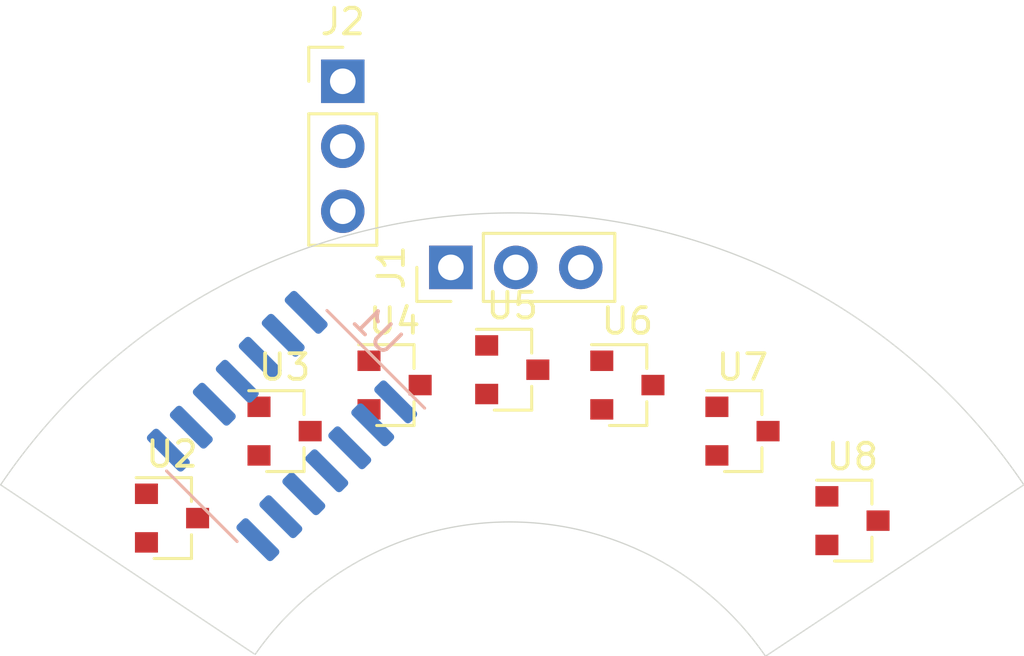
<source format=kicad_pcb>
(kicad_pcb (version 20171130) (host pcbnew "(5.1.6)-1")

  (general
    (thickness 1.6)
    (drawings 7)
    (tracks 0)
    (zones 0)
    (modules 10)
    (nets 15)
  )

  (page A4)
  (layers
    (0 F.Cu signal)
    (31 B.Cu signal)
    (32 B.Adhes user)
    (33 F.Adhes user)
    (34 B.Paste user hide)
    (35 F.Paste user)
    (36 B.SilkS user)
    (37 F.SilkS user)
    (38 B.Mask user)
    (39 F.Mask user)
    (40 Dwgs.User user hide)
    (41 Cmts.User user)
    (42 Eco1.User user)
    (43 Eco2.User user)
    (44 Edge.Cuts user)
    (45 Margin user)
    (46 B.CrtYd user)
    (47 F.CrtYd user)
    (48 B.Fab user)
    (49 F.Fab user)
  )

  (setup
    (last_trace_width 0.25)
    (trace_clearance 0.2)
    (zone_clearance 0.508)
    (zone_45_only no)
    (trace_min 0.2)
    (via_size 0.8)
    (via_drill 0.4)
    (via_min_size 0.4)
    (via_min_drill 0.3)
    (uvia_size 0.3)
    (uvia_drill 0.1)
    (uvias_allowed no)
    (uvia_min_size 0.2)
    (uvia_min_drill 0.1)
    (edge_width 0.05)
    (segment_width 0.2)
    (pcb_text_width 0.3)
    (pcb_text_size 1.5 1.5)
    (mod_edge_width 0.12)
    (mod_text_size 1 1)
    (mod_text_width 0.15)
    (pad_size 1.524 1.524)
    (pad_drill 0.762)
    (pad_to_mask_clearance 0.051)
    (solder_mask_min_width 0.25)
    (aux_axis_origin 0 0)
    (visible_elements 7FFFFFFF)
    (pcbplotparams
      (layerselection 0x010fc_ffffffff)
      (usegerberextensions false)
      (usegerberattributes false)
      (usegerberadvancedattributes false)
      (creategerberjobfile false)
      (excludeedgelayer true)
      (linewidth 0.100000)
      (plotframeref false)
      (viasonmask false)
      (mode 1)
      (useauxorigin false)
      (hpglpennumber 1)
      (hpglpenspeed 20)
      (hpglpendiameter 15.000000)
      (psnegative false)
      (psa4output false)
      (plotreference true)
      (plotvalue true)
      (plotinvisibletext false)
      (padsonsilk false)
      (subtractmaskfromsilk false)
      (outputformat 1)
      (mirror false)
      (drillshape 0)
      (scaleselection 1)
      (outputdirectory "Gerbers/"))
  )

  (net 0 "")
  (net 1 GND)
  (net 2 "Net-(J1-Pad3)")
  (net 3 "Net-(U1-Pad11)")
  (net 4 "Net-(U1-Pad12)")
  (net 5 "Net-(U1-Pad13)")
  (net 6 +3V3)
  (net 7 "Net-(J2-Pad2)")
  (net 8 "Net-(U1-Pad2)")
  (net 9 "Net-(U1-Pad3)")
  (net 10 "Net-(U1-Pad4)")
  (net 11 "Net-(U1-Pad5)")
  (net 12 "Net-(U1-Pad6)")
  (net 13 "Net-(U1-Pad7)")
  (net 14 "Net-(U1-Pad8)")

  (net_class Default "This is the default net class."
    (clearance 0.2)
    (trace_width 0.25)
    (via_dia 0.8)
    (via_drill 0.4)
    (uvia_dia 0.3)
    (uvia_drill 0.1)
    (add_net +3V3)
    (add_net GND)
    (add_net "Net-(J1-Pad3)")
    (add_net "Net-(J2-Pad2)")
    (add_net "Net-(U1-Pad11)")
    (add_net "Net-(U1-Pad12)")
    (add_net "Net-(U1-Pad13)")
    (add_net "Net-(U1-Pad2)")
    (add_net "Net-(U1-Pad3)")
    (add_net "Net-(U1-Pad4)")
    (add_net "Net-(U1-Pad5)")
    (add_net "Net-(U1-Pad6)")
    (add_net "Net-(U1-Pad7)")
    (add_net "Net-(U1-Pad8)")
  )

  (module Connector_PinHeader_2.54mm:PinHeader_1x03_P2.54mm_Vertical (layer F.Cu) (tedit 59FED5CC) (tstamp 5EF32AC2)
    (at 127.6 48 90)
    (descr "Through hole straight pin header, 1x03, 2.54mm pitch, single row")
    (tags "Through hole pin header THT 1x03 2.54mm single row")
    (path /5EF42115)
    (fp_text reference J1 (at 0 -2.33 90) (layer F.SilkS)
      (effects (font (size 1 1) (thickness 0.15)))
    )
    (fp_text value Power_Signal (at 0 7.41 90) (layer F.Fab)
      (effects (font (size 1 1) (thickness 0.15)))
    )
    (fp_line (start -0.635 -1.27) (end 1.27 -1.27) (layer F.Fab) (width 0.1))
    (fp_line (start 1.27 -1.27) (end 1.27 6.35) (layer F.Fab) (width 0.1))
    (fp_line (start 1.27 6.35) (end -1.27 6.35) (layer F.Fab) (width 0.1))
    (fp_line (start -1.27 6.35) (end -1.27 -0.635) (layer F.Fab) (width 0.1))
    (fp_line (start -1.27 -0.635) (end -0.635 -1.27) (layer F.Fab) (width 0.1))
    (fp_line (start -1.33 6.41) (end 1.33 6.41) (layer F.SilkS) (width 0.12))
    (fp_line (start -1.33 1.27) (end -1.33 6.41) (layer F.SilkS) (width 0.12))
    (fp_line (start 1.33 1.27) (end 1.33 6.41) (layer F.SilkS) (width 0.12))
    (fp_line (start -1.33 1.27) (end 1.33 1.27) (layer F.SilkS) (width 0.12))
    (fp_line (start -1.33 0) (end -1.33 -1.33) (layer F.SilkS) (width 0.12))
    (fp_line (start -1.33 -1.33) (end 0 -1.33) (layer F.SilkS) (width 0.12))
    (fp_line (start -1.8 -1.8) (end -1.8 6.85) (layer F.CrtYd) (width 0.05))
    (fp_line (start -1.8 6.85) (end 1.8 6.85) (layer F.CrtYd) (width 0.05))
    (fp_line (start 1.8 6.85) (end 1.8 -1.8) (layer F.CrtYd) (width 0.05))
    (fp_line (start 1.8 -1.8) (end -1.8 -1.8) (layer F.CrtYd) (width 0.05))
    (fp_text user %R (at 0 2.54) (layer F.Fab)
      (effects (font (size 1 1) (thickness 0.15)))
    )
    (pad 3 thru_hole oval (at 0 5.08 90) (size 1.7 1.7) (drill 1) (layers *.Cu *.Mask)
      (net 2 "Net-(J1-Pad3)"))
    (pad 2 thru_hole oval (at 0 2.54 90) (size 1.7 1.7) (drill 1) (layers *.Cu *.Mask)
      (net 1 GND))
    (pad 1 thru_hole rect (at 0 0 90) (size 1.7 1.7) (drill 1) (layers *.Cu *.Mask)
      (net 6 +3V3))
    (model ${KISYS3DMOD}/Connector_PinHeader_2.54mm.3dshapes/PinHeader_1x03_P2.54mm_Vertical.wrl
      (at (xyz 0 0 0))
      (scale (xyz 1 1 1))
      (rotate (xyz 0 0 0))
    )
  )

  (module Connector_PinHeader_2.54mm:PinHeader_1x03_P2.54mm_Vertical (layer F.Cu) (tedit 59FED5CC) (tstamp 6012B16C)
    (at 123.375001 40.725001)
    (descr "Through hole straight pin header, 1x03, 2.54mm pitch, single row")
    (tags "Through hole pin header THT 1x03 2.54mm single row")
    (path /5F127046)
    (fp_text reference J2 (at 0 -2.33) (layer F.SilkS)
      (effects (font (size 1 1) (thickness 0.15)))
    )
    (fp_text value Conn_01x03_Male (at 0 7.41) (layer F.Fab)
      (effects (font (size 1 1) (thickness 0.15)))
    )
    (fp_line (start 1.8 -1.8) (end -1.8 -1.8) (layer F.CrtYd) (width 0.05))
    (fp_line (start 1.8 6.85) (end 1.8 -1.8) (layer F.CrtYd) (width 0.05))
    (fp_line (start -1.8 6.85) (end 1.8 6.85) (layer F.CrtYd) (width 0.05))
    (fp_line (start -1.8 -1.8) (end -1.8 6.85) (layer F.CrtYd) (width 0.05))
    (fp_line (start -1.33 -1.33) (end 0 -1.33) (layer F.SilkS) (width 0.12))
    (fp_line (start -1.33 0) (end -1.33 -1.33) (layer F.SilkS) (width 0.12))
    (fp_line (start -1.33 1.27) (end 1.33 1.27) (layer F.SilkS) (width 0.12))
    (fp_line (start 1.33 1.27) (end 1.33 6.41) (layer F.SilkS) (width 0.12))
    (fp_line (start -1.33 1.27) (end -1.33 6.41) (layer F.SilkS) (width 0.12))
    (fp_line (start -1.33 6.41) (end 1.33 6.41) (layer F.SilkS) (width 0.12))
    (fp_line (start -1.27 -0.635) (end -0.635 -1.27) (layer F.Fab) (width 0.1))
    (fp_line (start -1.27 6.35) (end -1.27 -0.635) (layer F.Fab) (width 0.1))
    (fp_line (start 1.27 6.35) (end -1.27 6.35) (layer F.Fab) (width 0.1))
    (fp_line (start 1.27 -1.27) (end 1.27 6.35) (layer F.Fab) (width 0.1))
    (fp_line (start -0.635 -1.27) (end 1.27 -1.27) (layer F.Fab) (width 0.1))
    (fp_text user %R (at 0 2.54 90) (layer F.Fab)
      (effects (font (size 1 1) (thickness 0.15)))
    )
    (pad 1 thru_hole rect (at 0 0) (size 1.7 1.7) (drill 1) (layers *.Cu *.Mask)
      (net 6 +3V3))
    (pad 2 thru_hole oval (at 0 2.54) (size 1.7 1.7) (drill 1) (layers *.Cu *.Mask)
      (net 7 "Net-(J2-Pad2)"))
    (pad 3 thru_hole oval (at 0 5.08) (size 1.7 1.7) (drill 1) (layers *.Cu *.Mask)
      (net 1 GND))
    (model ${KISYS3DMOD}/Connector_PinHeader_2.54mm.3dshapes/PinHeader_1x03_P2.54mm_Vertical.wrl
      (at (xyz 0 0 0))
      (scale (xyz 1 1 1))
      (rotate (xyz 0 0 0))
    )
  )

  (module Package_SO:SOIC-14_3.9x8.7mm_P1.27mm (layer B.Cu) (tedit 5D9F72B1) (tstamp 6012B118)
    (at 121 54.2 135)
    (descr "SOIC, 14 Pin (JEDEC MS-012AB, https://www.analog.com/media/en/package-pcb-resources/package/pkg_pdf/soic_narrow-r/r_14.pdf), generated with kicad-footprint-generator ipc_gullwing_generator.py")
    (tags "SOIC SO")
    (path /5F112964)
    (attr smd)
    (fp_text reference U1 (at 0 5.28 315) (layer B.SilkS)
      (effects (font (size 1 1) (thickness 0.15)) (justify mirror))
    )
    (fp_text value ATtiny814-SS (at 0 -5.28 315) (layer B.Fab)
      (effects (font (size 1 1) (thickness 0.15)) (justify mirror))
    )
    (fp_line (start 3.7 4.58) (end -3.7 4.58) (layer B.CrtYd) (width 0.05))
    (fp_line (start 3.7 -4.58) (end 3.7 4.58) (layer B.CrtYd) (width 0.05))
    (fp_line (start -3.7 -4.58) (end 3.7 -4.58) (layer B.CrtYd) (width 0.05))
    (fp_line (start -3.7 4.58) (end -3.7 -4.58) (layer B.CrtYd) (width 0.05))
    (fp_line (start -1.95 3.35) (end -0.975 4.325) (layer B.Fab) (width 0.1))
    (fp_line (start -1.95 -4.325) (end -1.95 3.35) (layer B.Fab) (width 0.1))
    (fp_line (start 1.95 -4.325) (end -1.95 -4.325) (layer B.Fab) (width 0.1))
    (fp_line (start 1.95 4.325) (end 1.95 -4.325) (layer B.Fab) (width 0.1))
    (fp_line (start -0.975 4.325) (end 1.95 4.325) (layer B.Fab) (width 0.1))
    (fp_line (start 0 4.435) (end -3.45 4.435) (layer B.SilkS) (width 0.12))
    (fp_line (start 0 4.435) (end 1.95 4.435) (layer B.SilkS) (width 0.12))
    (fp_line (start 0 -4.435) (end -1.95 -4.435) (layer B.SilkS) (width 0.12))
    (fp_line (start 0 -4.435) (end 1.95 -4.435) (layer B.SilkS) (width 0.12))
    (fp_text user %R (at 0 0 315) (layer B.Fab)
      (effects (font (size 0.98 0.98) (thickness 0.15)) (justify mirror))
    )
    (pad 1 smd roundrect (at -2.475 3.81 135) (size 1.95 0.6) (layers B.Cu B.Paste B.Mask) (roundrect_rratio 0.25)
      (net 6 +3V3))
    (pad 2 smd roundrect (at -2.475 2.54 135) (size 1.95 0.6) (layers B.Cu B.Paste B.Mask) (roundrect_rratio 0.25)
      (net 8 "Net-(U1-Pad2)"))
    (pad 3 smd roundrect (at -2.475 1.27 135) (size 1.95 0.6) (layers B.Cu B.Paste B.Mask) (roundrect_rratio 0.25)
      (net 9 "Net-(U1-Pad3)"))
    (pad 4 smd roundrect (at -2.475 0 135) (size 1.95 0.6) (layers B.Cu B.Paste B.Mask) (roundrect_rratio 0.25)
      (net 10 "Net-(U1-Pad4)"))
    (pad 5 smd roundrect (at -2.475 -1.27 135) (size 1.95 0.6) (layers B.Cu B.Paste B.Mask) (roundrect_rratio 0.25)
      (net 11 "Net-(U1-Pad5)"))
    (pad 6 smd roundrect (at -2.475 -2.54 135) (size 1.95 0.6) (layers B.Cu B.Paste B.Mask) (roundrect_rratio 0.25)
      (net 12 "Net-(U1-Pad6)"))
    (pad 7 smd roundrect (at -2.475 -3.81 135) (size 1.95 0.6) (layers B.Cu B.Paste B.Mask) (roundrect_rratio 0.25)
      (net 13 "Net-(U1-Pad7)"))
    (pad 8 smd roundrect (at 2.475 -3.81 135) (size 1.95 0.6) (layers B.Cu B.Paste B.Mask) (roundrect_rratio 0.25)
      (net 14 "Net-(U1-Pad8)"))
    (pad 9 smd roundrect (at 2.475 -2.54 135) (size 1.95 0.6) (layers B.Cu B.Paste B.Mask) (roundrect_rratio 0.25)
      (net 2 "Net-(J1-Pad3)"))
    (pad 10 smd roundrect (at 2.475 -1.27 135) (size 1.95 0.6) (layers B.Cu B.Paste B.Mask) (roundrect_rratio 0.25)
      (net 7 "Net-(J2-Pad2)"))
    (pad 11 smd roundrect (at 2.475 0 135) (size 1.95 0.6) (layers B.Cu B.Paste B.Mask) (roundrect_rratio 0.25)
      (net 3 "Net-(U1-Pad11)"))
    (pad 12 smd roundrect (at 2.475 1.27 135) (size 1.95 0.6) (layers B.Cu B.Paste B.Mask) (roundrect_rratio 0.25)
      (net 4 "Net-(U1-Pad12)"))
    (pad 13 smd roundrect (at 2.475 2.54 135) (size 1.95 0.6) (layers B.Cu B.Paste B.Mask) (roundrect_rratio 0.25)
      (net 5 "Net-(U1-Pad13)"))
    (pad 14 smd roundrect (at 2.475 3.81 135) (size 1.95 0.6) (layers B.Cu B.Paste B.Mask) (roundrect_rratio 0.25)
      (net 1 GND))
    (model ${KISYS3DMOD}/Package_SO.3dshapes/SOIC-14_3.9x8.7mm_P1.27mm.wrl
      (at (xyz 0 0 0))
      (scale (xyz 1 1 1))
      (rotate (xyz 0 0 0))
    )
  )

  (module Package_TO_SOT_SMD:SOT-23 (layer F.Cu) (tedit 5A02FF57) (tstamp 6012B47E)
    (at 116.7 57.8)
    (descr "SOT-23, Standard")
    (tags SOT-23)
    (path /5EF2DD3D)
    (attr smd)
    (fp_text reference U2 (at 0 -2.5) (layer F.SilkS)
      (effects (font (size 1 1) (thickness 0.15)))
    )
    (fp_text value "Sensor 1" (at 0 2.5) (layer F.Fab)
      (effects (font (size 1 1) (thickness 0.15)))
    )
    (fp_line (start 0.76 1.58) (end -0.7 1.58) (layer F.SilkS) (width 0.12))
    (fp_line (start 0.76 -1.58) (end -1.4 -1.58) (layer F.SilkS) (width 0.12))
    (fp_line (start -1.7 1.75) (end -1.7 -1.75) (layer F.CrtYd) (width 0.05))
    (fp_line (start 1.7 1.75) (end -1.7 1.75) (layer F.CrtYd) (width 0.05))
    (fp_line (start 1.7 -1.75) (end 1.7 1.75) (layer F.CrtYd) (width 0.05))
    (fp_line (start -1.7 -1.75) (end 1.7 -1.75) (layer F.CrtYd) (width 0.05))
    (fp_line (start 0.76 -1.58) (end 0.76 -0.65) (layer F.SilkS) (width 0.12))
    (fp_line (start 0.76 1.58) (end 0.76 0.65) (layer F.SilkS) (width 0.12))
    (fp_line (start -0.7 1.52) (end 0.7 1.52) (layer F.Fab) (width 0.1))
    (fp_line (start 0.7 -1.52) (end 0.7 1.52) (layer F.Fab) (width 0.1))
    (fp_line (start -0.7 -0.95) (end -0.15 -1.52) (layer F.Fab) (width 0.1))
    (fp_line (start -0.15 -1.52) (end 0.7 -1.52) (layer F.Fab) (width 0.1))
    (fp_line (start -0.7 -0.95) (end -0.7 1.5) (layer F.Fab) (width 0.1))
    (fp_text user %R (at 0 0 90) (layer F.Fab)
      (effects (font (size 0.5 0.5) (thickness 0.075)))
    )
    (pad 1 smd rect (at -1 -0.95) (size 0.9 0.8) (layers F.Cu F.Paste F.Mask)
      (net 6 +3V3))
    (pad 2 smd rect (at -1 0.95) (size 0.9 0.8) (layers F.Cu F.Paste F.Mask)
      (net 3 "Net-(U1-Pad11)"))
    (pad 3 smd rect (at 1 0) (size 0.9 0.8) (layers F.Cu F.Paste F.Mask)
      (net 1 GND))
    (model ${KISYS3DMOD}/Package_TO_SOT_SMD.3dshapes/SOT-23.wrl
      (at (xyz 0 0 0))
      (scale (xyz 1 1 1))
      (rotate (xyz 0 0 0))
    )
  )

  (module Package_TO_SOT_SMD:SOT-23 (layer F.Cu) (tedit 5A02FF57) (tstamp 6012B00A)
    (at 121.1 54.4)
    (descr "SOT-23, Standard")
    (tags SOT-23)
    (path /5EF2FF40)
    (attr smd)
    (fp_text reference U3 (at 0 -2.5) (layer F.SilkS)
      (effects (font (size 1 1) (thickness 0.15)))
    )
    (fp_text value "Sensor 2" (at 0 2.5) (layer F.Fab)
      (effects (font (size 1 1) (thickness 0.15)))
    )
    (fp_text user %R (at 0 0 90) (layer F.Fab)
      (effects (font (size 0.5 0.5) (thickness 0.075)))
    )
    (fp_line (start -0.7 -0.95) (end -0.7 1.5) (layer F.Fab) (width 0.1))
    (fp_line (start -0.15 -1.52) (end 0.7 -1.52) (layer F.Fab) (width 0.1))
    (fp_line (start -0.7 -0.95) (end -0.15 -1.52) (layer F.Fab) (width 0.1))
    (fp_line (start 0.7 -1.52) (end 0.7 1.52) (layer F.Fab) (width 0.1))
    (fp_line (start -0.7 1.52) (end 0.7 1.52) (layer F.Fab) (width 0.1))
    (fp_line (start 0.76 1.58) (end 0.76 0.65) (layer F.SilkS) (width 0.12))
    (fp_line (start 0.76 -1.58) (end 0.76 -0.65) (layer F.SilkS) (width 0.12))
    (fp_line (start -1.7 -1.75) (end 1.7 -1.75) (layer F.CrtYd) (width 0.05))
    (fp_line (start 1.7 -1.75) (end 1.7 1.75) (layer F.CrtYd) (width 0.05))
    (fp_line (start 1.7 1.75) (end -1.7 1.75) (layer F.CrtYd) (width 0.05))
    (fp_line (start -1.7 1.75) (end -1.7 -1.75) (layer F.CrtYd) (width 0.05))
    (fp_line (start 0.76 -1.58) (end -1.4 -1.58) (layer F.SilkS) (width 0.12))
    (fp_line (start 0.76 1.58) (end -0.7 1.58) (layer F.SilkS) (width 0.12))
    (pad 3 smd rect (at 1 0) (size 0.9 0.8) (layers F.Cu F.Paste F.Mask)
      (net 1 GND))
    (pad 2 smd rect (at -1 0.95) (size 0.9 0.8) (layers F.Cu F.Paste F.Mask)
      (net 4 "Net-(U1-Pad12)"))
    (pad 1 smd rect (at -1 -0.95) (size 0.9 0.8) (layers F.Cu F.Paste F.Mask)
      (net 6 +3V3))
    (model ${KISYS3DMOD}/Package_TO_SOT_SMD.3dshapes/SOT-23.wrl
      (at (xyz 0 0 0))
      (scale (xyz 1 1 1))
      (rotate (xyz 0 0 0))
    )
  )

  (module Package_TO_SOT_SMD:SOT-23 (layer F.Cu) (tedit 5A02FF57) (tstamp 6012B01E)
    (at 125.4 52.6)
    (descr "SOT-23, Standard")
    (tags SOT-23)
    (path /5EF3088F)
    (attr smd)
    (fp_text reference U4 (at 0 -2.5) (layer F.SilkS)
      (effects (font (size 1 1) (thickness 0.15)))
    )
    (fp_text value "Sensor 3" (at 0 2.5) (layer F.Fab)
      (effects (font (size 1 1) (thickness 0.15)))
    )
    (fp_line (start 0.76 1.58) (end -0.7 1.58) (layer F.SilkS) (width 0.12))
    (fp_line (start 0.76 -1.58) (end -1.4 -1.58) (layer F.SilkS) (width 0.12))
    (fp_line (start -1.7 1.75) (end -1.7 -1.75) (layer F.CrtYd) (width 0.05))
    (fp_line (start 1.7 1.75) (end -1.7 1.75) (layer F.CrtYd) (width 0.05))
    (fp_line (start 1.7 -1.75) (end 1.7 1.75) (layer F.CrtYd) (width 0.05))
    (fp_line (start -1.7 -1.75) (end 1.7 -1.75) (layer F.CrtYd) (width 0.05))
    (fp_line (start 0.76 -1.58) (end 0.76 -0.65) (layer F.SilkS) (width 0.12))
    (fp_line (start 0.76 1.58) (end 0.76 0.65) (layer F.SilkS) (width 0.12))
    (fp_line (start -0.7 1.52) (end 0.7 1.52) (layer F.Fab) (width 0.1))
    (fp_line (start 0.7 -1.52) (end 0.7 1.52) (layer F.Fab) (width 0.1))
    (fp_line (start -0.7 -0.95) (end -0.15 -1.52) (layer F.Fab) (width 0.1))
    (fp_line (start -0.15 -1.52) (end 0.7 -1.52) (layer F.Fab) (width 0.1))
    (fp_line (start -0.7 -0.95) (end -0.7 1.5) (layer F.Fab) (width 0.1))
    (fp_text user %R (at 0 0 90) (layer F.Fab)
      (effects (font (size 0.5 0.5) (thickness 0.075)))
    )
    (pad 1 smd rect (at -1 -0.95) (size 0.9 0.8) (layers F.Cu F.Paste F.Mask)
      (net 6 +3V3))
    (pad 2 smd rect (at -1 0.95) (size 0.9 0.8) (layers F.Cu F.Paste F.Mask)
      (net 5 "Net-(U1-Pad13)"))
    (pad 3 smd rect (at 1 0) (size 0.9 0.8) (layers F.Cu F.Paste F.Mask)
      (net 1 GND))
    (model ${KISYS3DMOD}/Package_TO_SOT_SMD.3dshapes/SOT-23.wrl
      (at (xyz 0 0 0))
      (scale (xyz 1 1 1))
      (rotate (xyz 0 0 0))
    )
  )

  (module Package_TO_SOT_SMD:SOT-23 (layer F.Cu) (tedit 5A02FF57) (tstamp 6012B032)
    (at 130 52)
    (descr "SOT-23, Standard")
    (tags SOT-23)
    (path /5EF30FFA)
    (attr smd)
    (fp_text reference U5 (at 0 -2.5) (layer F.SilkS)
      (effects (font (size 1 1) (thickness 0.15)))
    )
    (fp_text value "Sensor 4" (at 0 2.5) (layer F.Fab)
      (effects (font (size 1 1) (thickness 0.15)))
    )
    (fp_line (start 0.76 1.58) (end -0.7 1.58) (layer F.SilkS) (width 0.12))
    (fp_line (start 0.76 -1.58) (end -1.4 -1.58) (layer F.SilkS) (width 0.12))
    (fp_line (start -1.7 1.75) (end -1.7 -1.75) (layer F.CrtYd) (width 0.05))
    (fp_line (start 1.7 1.75) (end -1.7 1.75) (layer F.CrtYd) (width 0.05))
    (fp_line (start 1.7 -1.75) (end 1.7 1.75) (layer F.CrtYd) (width 0.05))
    (fp_line (start -1.7 -1.75) (end 1.7 -1.75) (layer F.CrtYd) (width 0.05))
    (fp_line (start 0.76 -1.58) (end 0.76 -0.65) (layer F.SilkS) (width 0.12))
    (fp_line (start 0.76 1.58) (end 0.76 0.65) (layer F.SilkS) (width 0.12))
    (fp_line (start -0.7 1.52) (end 0.7 1.52) (layer F.Fab) (width 0.1))
    (fp_line (start 0.7 -1.52) (end 0.7 1.52) (layer F.Fab) (width 0.1))
    (fp_line (start -0.7 -0.95) (end -0.15 -1.52) (layer F.Fab) (width 0.1))
    (fp_line (start -0.15 -1.52) (end 0.7 -1.52) (layer F.Fab) (width 0.1))
    (fp_line (start -0.7 -0.95) (end -0.7 1.5) (layer F.Fab) (width 0.1))
    (fp_text user %R (at 0 0 90) (layer F.Fab)
      (effects (font (size 0.5 0.5) (thickness 0.075)))
    )
    (pad 1 smd rect (at -1 -0.95) (size 0.9 0.8) (layers F.Cu F.Paste F.Mask)
      (net 6 +3V3))
    (pad 2 smd rect (at -1 0.95) (size 0.9 0.8) (layers F.Cu F.Paste F.Mask)
      (net 8 "Net-(U1-Pad2)"))
    (pad 3 smd rect (at 1 0) (size 0.9 0.8) (layers F.Cu F.Paste F.Mask)
      (net 1 GND))
    (model ${KISYS3DMOD}/Package_TO_SOT_SMD.3dshapes/SOT-23.wrl
      (at (xyz 0 0 0))
      (scale (xyz 1 1 1))
      (rotate (xyz 0 0 0))
    )
  )

  (module Package_TO_SOT_SMD:SOT-23 (layer F.Cu) (tedit 5A02FF57) (tstamp 6012B046)
    (at 134.5 52.6)
    (descr "SOT-23, Standard")
    (tags SOT-23)
    (path /5EF31415)
    (attr smd)
    (fp_text reference U6 (at 0 -2.5) (layer F.SilkS)
      (effects (font (size 1 1) (thickness 0.15)))
    )
    (fp_text value "Sensor 5" (at 0 2.5) (layer F.Fab)
      (effects (font (size 1 1) (thickness 0.15)))
    )
    (fp_text user %R (at 0 0 90) (layer F.Fab)
      (effects (font (size 0.5 0.5) (thickness 0.075)))
    )
    (fp_line (start -0.7 -0.95) (end -0.7 1.5) (layer F.Fab) (width 0.1))
    (fp_line (start -0.15 -1.52) (end 0.7 -1.52) (layer F.Fab) (width 0.1))
    (fp_line (start -0.7 -0.95) (end -0.15 -1.52) (layer F.Fab) (width 0.1))
    (fp_line (start 0.7 -1.52) (end 0.7 1.52) (layer F.Fab) (width 0.1))
    (fp_line (start -0.7 1.52) (end 0.7 1.52) (layer F.Fab) (width 0.1))
    (fp_line (start 0.76 1.58) (end 0.76 0.65) (layer F.SilkS) (width 0.12))
    (fp_line (start 0.76 -1.58) (end 0.76 -0.65) (layer F.SilkS) (width 0.12))
    (fp_line (start -1.7 -1.75) (end 1.7 -1.75) (layer F.CrtYd) (width 0.05))
    (fp_line (start 1.7 -1.75) (end 1.7 1.75) (layer F.CrtYd) (width 0.05))
    (fp_line (start 1.7 1.75) (end -1.7 1.75) (layer F.CrtYd) (width 0.05))
    (fp_line (start -1.7 1.75) (end -1.7 -1.75) (layer F.CrtYd) (width 0.05))
    (fp_line (start 0.76 -1.58) (end -1.4 -1.58) (layer F.SilkS) (width 0.12))
    (fp_line (start 0.76 1.58) (end -0.7 1.58) (layer F.SilkS) (width 0.12))
    (pad 3 smd rect (at 1 0) (size 0.9 0.8) (layers F.Cu F.Paste F.Mask)
      (net 1 GND))
    (pad 2 smd rect (at -1 0.95) (size 0.9 0.8) (layers F.Cu F.Paste F.Mask)
      (net 9 "Net-(U1-Pad3)"))
    (pad 1 smd rect (at -1 -0.95) (size 0.9 0.8) (layers F.Cu F.Paste F.Mask)
      (net 6 +3V3))
    (model ${KISYS3DMOD}/Package_TO_SOT_SMD.3dshapes/SOT-23.wrl
      (at (xyz 0 0 0))
      (scale (xyz 1 1 1))
      (rotate (xyz 0 0 0))
    )
  )

  (module Package_TO_SOT_SMD:SOT-23 (layer F.Cu) (tedit 5A02FF57) (tstamp 6012B7AD)
    (at 139 54.4)
    (descr "SOT-23, Standard")
    (tags SOT-23)
    (path /6013B6E7)
    (attr smd)
    (fp_text reference U7 (at 0 -2.5) (layer F.SilkS)
      (effects (font (size 1 1) (thickness 0.15)))
    )
    (fp_text value "Sensor 5" (at 0 2.5) (layer F.Fab)
      (effects (font (size 1 1) (thickness 0.15)))
    )
    (fp_text user %R (at 0 0 90) (layer F.Fab)
      (effects (font (size 0.5 0.5) (thickness 0.075)))
    )
    (fp_line (start -0.7 -0.95) (end -0.7 1.5) (layer F.Fab) (width 0.1))
    (fp_line (start -0.15 -1.52) (end 0.7 -1.52) (layer F.Fab) (width 0.1))
    (fp_line (start -0.7 -0.95) (end -0.15 -1.52) (layer F.Fab) (width 0.1))
    (fp_line (start 0.7 -1.52) (end 0.7 1.52) (layer F.Fab) (width 0.1))
    (fp_line (start -0.7 1.52) (end 0.7 1.52) (layer F.Fab) (width 0.1))
    (fp_line (start 0.76 1.58) (end 0.76 0.65) (layer F.SilkS) (width 0.12))
    (fp_line (start 0.76 -1.58) (end 0.76 -0.65) (layer F.SilkS) (width 0.12))
    (fp_line (start -1.7 -1.75) (end 1.7 -1.75) (layer F.CrtYd) (width 0.05))
    (fp_line (start 1.7 -1.75) (end 1.7 1.75) (layer F.CrtYd) (width 0.05))
    (fp_line (start 1.7 1.75) (end -1.7 1.75) (layer F.CrtYd) (width 0.05))
    (fp_line (start -1.7 1.75) (end -1.7 -1.75) (layer F.CrtYd) (width 0.05))
    (fp_line (start 0.76 -1.58) (end -1.4 -1.58) (layer F.SilkS) (width 0.12))
    (fp_line (start 0.76 1.58) (end -0.7 1.58) (layer F.SilkS) (width 0.12))
    (pad 3 smd rect (at 1 0) (size 0.9 0.8) (layers F.Cu F.Paste F.Mask)
      (net 1 GND))
    (pad 2 smd rect (at -1 0.95) (size 0.9 0.8) (layers F.Cu F.Paste F.Mask)
      (net 10 "Net-(U1-Pad4)"))
    (pad 1 smd rect (at -1 -0.95) (size 0.9 0.8) (layers F.Cu F.Paste F.Mask)
      (net 6 +3V3))
    (model ${KISYS3DMOD}/Package_TO_SOT_SMD.3dshapes/SOT-23.wrl
      (at (xyz 0 0 0))
      (scale (xyz 1 1 1))
      (rotate (xyz 0 0 0))
    )
  )

  (module Package_TO_SOT_SMD:SOT-23 (layer F.Cu) (tedit 5A02FF57) (tstamp 6012B7C2)
    (at 143.3 57.9)
    (descr "SOT-23, Standard")
    (tags SOT-23)
    (path /60139BBA)
    (attr smd)
    (fp_text reference U8 (at 0 -2.5) (layer F.SilkS)
      (effects (font (size 1 1) (thickness 0.15)))
    )
    (fp_text value "Sensor 5" (at 0 2.5) (layer F.Fab)
      (effects (font (size 1 1) (thickness 0.15)))
    )
    (fp_line (start 0.76 1.58) (end -0.7 1.58) (layer F.SilkS) (width 0.12))
    (fp_line (start 0.76 -1.58) (end -1.4 -1.58) (layer F.SilkS) (width 0.12))
    (fp_line (start -1.7 1.75) (end -1.7 -1.75) (layer F.CrtYd) (width 0.05))
    (fp_line (start 1.7 1.75) (end -1.7 1.75) (layer F.CrtYd) (width 0.05))
    (fp_line (start 1.7 -1.75) (end 1.7 1.75) (layer F.CrtYd) (width 0.05))
    (fp_line (start -1.7 -1.75) (end 1.7 -1.75) (layer F.CrtYd) (width 0.05))
    (fp_line (start 0.76 -1.58) (end 0.76 -0.65) (layer F.SilkS) (width 0.12))
    (fp_line (start 0.76 1.58) (end 0.76 0.65) (layer F.SilkS) (width 0.12))
    (fp_line (start -0.7 1.52) (end 0.7 1.52) (layer F.Fab) (width 0.1))
    (fp_line (start 0.7 -1.52) (end 0.7 1.52) (layer F.Fab) (width 0.1))
    (fp_line (start -0.7 -0.95) (end -0.15 -1.52) (layer F.Fab) (width 0.1))
    (fp_line (start -0.15 -1.52) (end 0.7 -1.52) (layer F.Fab) (width 0.1))
    (fp_line (start -0.7 -0.95) (end -0.7 1.5) (layer F.Fab) (width 0.1))
    (fp_text user %R (at 0 0 90) (layer F.Fab)
      (effects (font (size 0.5 0.5) (thickness 0.075)))
    )
    (pad 1 smd rect (at -1 -0.95) (size 0.9 0.8) (layers F.Cu F.Paste F.Mask)
      (net 6 +3V3))
    (pad 2 smd rect (at -1 0.95) (size 0.9 0.8) (layers F.Cu F.Paste F.Mask)
      (net 11 "Net-(U1-Pad5)"))
    (pad 3 smd rect (at 1 0) (size 0.9 0.8) (layers F.Cu F.Paste F.Mask)
      (net 1 GND))
    (model ${KISYS3DMOD}/Package_TO_SOT_SMD.3dshapes/SOT-23.wrl
      (at (xyz 0 0 0))
      (scale (xyz 1 1 1))
      (rotate (xyz 0 0 0))
    )
  )

  (gr_circle (center 130 70) (end 148 70) (layer Dwgs.User) (width 0.15))
  (gr_line (start 119.9 63.1) (end 110.000001 56.500001) (layer Edge.Cuts) (width 0.05) (tstamp 60124EBB))
  (gr_line (start 139.899999 63.200001) (end 149.999999 56.500001) (layer Edge.Cuts) (width 0.05) (tstamp 60124EAB))
  (gr_arc (start 129.9 70.1) (end 139.899999 63.200001) (angle -110.3626806) (layer Edge.Cuts) (width 0.05))
  (gr_arc (start 130 70) (end 149.999999 56.500001) (angle -111.9613) (layer Edge.Cuts) (width 0.05))
  (gr_circle (center 130 70) (end 154 70) (layer Dwgs.User) (width 0.15))
  (gr_circle (center 130 70) (end 142 70) (layer Dwgs.User) (width 0.15))

)

</source>
